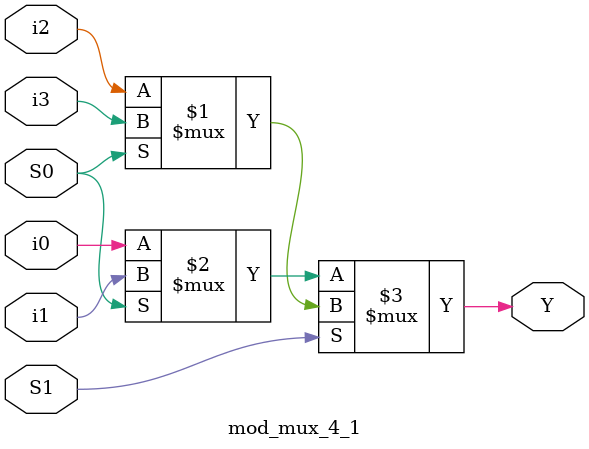
<source format=v>
`timescale 1ns / 1ps
module mod_mux_4_1(
output Y,
input S1,S0,
input i3,i2,i1,i0
    );
 assign Y = S1 ? (S0 ? i3 : i2) : (S0 ? i1 : i0);
endmodule

</source>
